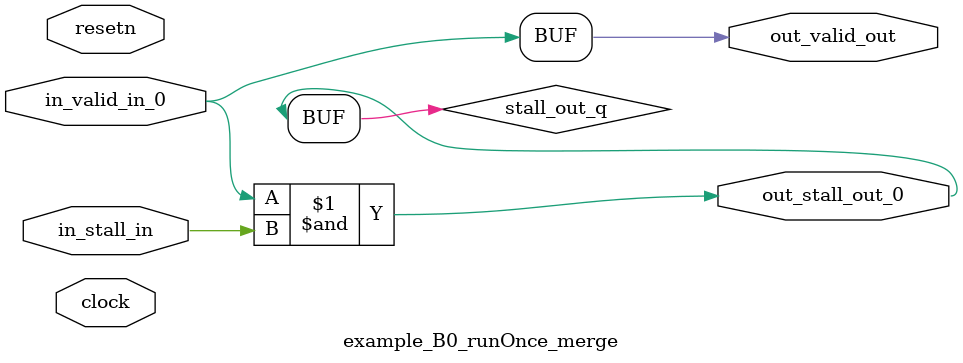
<source format=sv>



(* altera_attribute = "-name AUTO_SHIFT_REGISTER_RECOGNITION OFF; -name MESSAGE_DISABLE 10036; -name MESSAGE_DISABLE 10037; -name MESSAGE_DISABLE 14130; -name MESSAGE_DISABLE 14320; -name MESSAGE_DISABLE 15400; -name MESSAGE_DISABLE 14130; -name MESSAGE_DISABLE 10036; -name MESSAGE_DISABLE 12020; -name MESSAGE_DISABLE 12030; -name MESSAGE_DISABLE 12010; -name MESSAGE_DISABLE 12110; -name MESSAGE_DISABLE 14320; -name MESSAGE_DISABLE 13410; -name MESSAGE_DISABLE 113007; -name MESSAGE_DISABLE 10958" *)
module example_B0_runOnce_merge (
    input wire [0:0] in_stall_in,
    input wire [0:0] in_valid_in_0,
    output wire [0:0] out_stall_out_0,
    output wire [0:0] out_valid_out,
    input wire clock,
    input wire resetn
    );

    wire [0:0] stall_out_q;


    // stall_out(LOGICAL,6)
    assign stall_out_q = in_valid_in_0 & in_stall_in;

    // out_stall_out_0(GPOUT,4)
    assign out_stall_out_0 = stall_out_q;

    // out_valid_out(GPOUT,5)
    assign out_valid_out = in_valid_in_0;

endmodule

</source>
